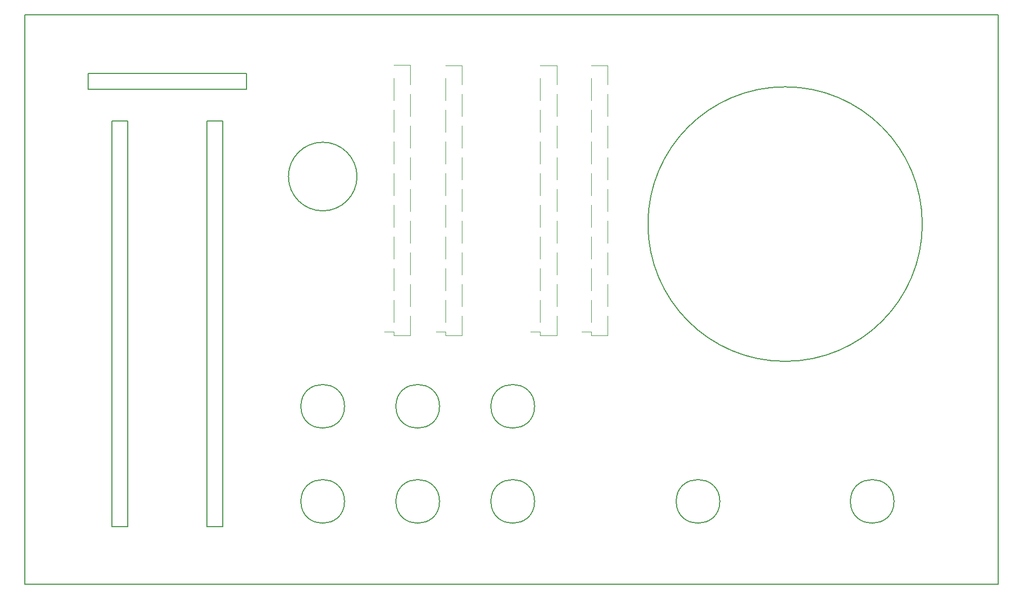
<source format=gbr>
G04 #@! TF.GenerationSoftware,KiCad,Pcbnew,5.0.0-fee4fd1~66~ubuntu18.04.1*
G04 #@! TF.CreationDate,2018-09-21T23:05:29+02:00*
G04 #@! TF.ProjectId,Top,546F702E6B696361645F706362000000,rev?*
G04 #@! TF.SameCoordinates,Original*
G04 #@! TF.FileFunction,Legend,Bot*
G04 #@! TF.FilePolarity,Positive*
%FSLAX46Y46*%
G04 Gerber Fmt 4.6, Leading zero omitted, Abs format (unit mm)*
G04 Created by KiCad (PCBNEW 5.0.0-fee4fd1~66~ubuntu18.04.1) date Fri Sep 21 23:05:29 2018*
%MOMM*%
%LPD*%
G01*
G04 APERTURE LIST*
%ADD10C,0.200000*%
%ADD11C,0.120000*%
G04 APERTURE END LIST*
D10*
X228290000Y-142240000D02*
G75*
G03X228290000Y-142240000I-3500000J0D01*
G01*
X200350000Y-142240000D02*
G75*
G03X200350000Y-142240000I-3500000J0D01*
G01*
X102870000Y-81280000D02*
X102870000Y-146280000D01*
X105410000Y-146280000D02*
X105410000Y-81280000D01*
X118110000Y-81280000D02*
X118110000Y-146280000D01*
X120650000Y-81280000D02*
X120650000Y-146280000D01*
X99060000Y-73660000D02*
X124460000Y-73660000D01*
X99060000Y-76200000D02*
X99060000Y-73660000D01*
X124460000Y-76200000D02*
X99060000Y-76200000D01*
X124460000Y-73660000D02*
X124460000Y-76200000D01*
X142152000Y-90170000D02*
G75*
G03X142152000Y-90170000I-5500000J0D01*
G01*
X170632000Y-142240000D02*
G75*
G03X170632000Y-142240000I-3500000J0D01*
G01*
X170632000Y-127000000D02*
G75*
G03X170632000Y-127000000I-3500000J0D01*
G01*
X155392000Y-127000000D02*
G75*
G03X155392000Y-127000000I-3500000J0D01*
G01*
X155392000Y-142240000D02*
G75*
G03X155392000Y-142240000I-3500000J0D01*
G01*
X140152000Y-142240000D02*
G75*
G03X140152000Y-142240000I-3500000J0D01*
G01*
X140152000Y-127000000D02*
G75*
G03X140152000Y-127000000I-3500000J0D01*
G01*
X102870000Y-81280000D02*
X105410000Y-81280000D01*
X120650000Y-81280000D02*
X118110000Y-81280000D01*
X105410000Y-146280000D02*
X102870000Y-146280000D01*
X118110000Y-146280000D02*
X120650000Y-146280000D01*
X232820000Y-97790000D02*
G75*
G03X232820000Y-97790000I-22000000J0D01*
G01*
X88900000Y-64300000D02*
X88900000Y-155500000D01*
X245000000Y-64262000D02*
X88900000Y-64262000D01*
X245000000Y-155500000D02*
X245000000Y-64300000D01*
X88900000Y-155500000D02*
X245000000Y-155500000D01*
D11*
G04 #@! TO.C,J2*
X179715000Y-115650000D02*
X182375000Y-115650000D01*
X179715000Y-72350000D02*
X182375000Y-72350000D01*
X182375000Y-115650000D02*
X182375000Y-112540000D01*
X179715000Y-115080000D02*
X178195000Y-115080000D01*
X179715000Y-115650000D02*
X179715000Y-115080000D01*
X182375000Y-72920000D02*
X182375000Y-72350000D01*
X182375000Y-111020000D02*
X182375000Y-107460000D01*
X182375000Y-105940000D02*
X182375000Y-102380000D01*
X182375000Y-100860000D02*
X182375000Y-97300000D01*
X182375000Y-95780000D02*
X182375000Y-92220000D01*
X182375000Y-90700000D02*
X182375000Y-87140000D01*
X182375000Y-85620000D02*
X182375000Y-82060000D01*
X182375000Y-80540000D02*
X182375000Y-76980000D01*
X182375000Y-75460000D02*
X182375000Y-72350000D01*
X179715000Y-113560000D02*
X179715000Y-110000000D01*
X179715000Y-108480000D02*
X179715000Y-104920000D01*
X179715000Y-103400000D02*
X179715000Y-99840000D01*
X179715000Y-98320000D02*
X179715000Y-94760000D01*
X179715000Y-93240000D02*
X179715000Y-89680000D01*
X179715000Y-88160000D02*
X179715000Y-84600000D01*
X179715000Y-83080000D02*
X179715000Y-79520000D01*
X179715000Y-78000000D02*
X179715000Y-74440000D01*
G04 #@! TO.C,J3*
X148022000Y-115630000D02*
X150682000Y-115630000D01*
X148022000Y-72330000D02*
X150682000Y-72330000D01*
X150682000Y-115630000D02*
X150682000Y-112520000D01*
X148022000Y-115060000D02*
X146502000Y-115060000D01*
X148022000Y-115630000D02*
X148022000Y-115060000D01*
X150682000Y-72900000D02*
X150682000Y-72330000D01*
X150682000Y-111000000D02*
X150682000Y-107440000D01*
X150682000Y-105920000D02*
X150682000Y-102360000D01*
X150682000Y-100840000D02*
X150682000Y-97280000D01*
X150682000Y-95760000D02*
X150682000Y-92200000D01*
X150682000Y-90680000D02*
X150682000Y-87120000D01*
X150682000Y-85600000D02*
X150682000Y-82040000D01*
X150682000Y-80520000D02*
X150682000Y-76960000D01*
X150682000Y-75440000D02*
X150682000Y-72330000D01*
X148022000Y-113540000D02*
X148022000Y-109980000D01*
X148022000Y-108460000D02*
X148022000Y-104900000D01*
X148022000Y-103380000D02*
X148022000Y-99820000D01*
X148022000Y-98300000D02*
X148022000Y-94740000D01*
X148022000Y-93220000D02*
X148022000Y-89660000D01*
X148022000Y-88140000D02*
X148022000Y-84580000D01*
X148022000Y-83060000D02*
X148022000Y-79500000D01*
X148022000Y-77980000D02*
X148022000Y-74420000D01*
G04 #@! TO.C,J1*
X171520000Y-78000000D02*
X171520000Y-74440000D01*
X171520000Y-83080000D02*
X171520000Y-79520000D01*
X171520000Y-88160000D02*
X171520000Y-84600000D01*
X171520000Y-93240000D02*
X171520000Y-89680000D01*
X171520000Y-98320000D02*
X171520000Y-94760000D01*
X171520000Y-103400000D02*
X171520000Y-99840000D01*
X171520000Y-108480000D02*
X171520000Y-104920000D01*
X171520000Y-113560000D02*
X171520000Y-110000000D01*
X174180000Y-75460000D02*
X174180000Y-72350000D01*
X174180000Y-80540000D02*
X174180000Y-76980000D01*
X174180000Y-85620000D02*
X174180000Y-82060000D01*
X174180000Y-90700000D02*
X174180000Y-87140000D01*
X174180000Y-95780000D02*
X174180000Y-92220000D01*
X174180000Y-100860000D02*
X174180000Y-97300000D01*
X174180000Y-105940000D02*
X174180000Y-102380000D01*
X174180000Y-111020000D02*
X174180000Y-107460000D01*
X174180000Y-72920000D02*
X174180000Y-72350000D01*
X171520000Y-115650000D02*
X171520000Y-115080000D01*
X171520000Y-115080000D02*
X170000000Y-115080000D01*
X174180000Y-115650000D02*
X174180000Y-112540000D01*
X171520000Y-72350000D02*
X174180000Y-72350000D01*
X171520000Y-115650000D02*
X174180000Y-115650000D01*
G04 #@! TO.C,J2*
X156320000Y-78000000D02*
X156320000Y-74440000D01*
X156320000Y-83080000D02*
X156320000Y-79520000D01*
X156320000Y-88160000D02*
X156320000Y-84600000D01*
X156320000Y-93240000D02*
X156320000Y-89680000D01*
X156320000Y-98320000D02*
X156320000Y-94760000D01*
X156320000Y-103400000D02*
X156320000Y-99840000D01*
X156320000Y-108480000D02*
X156320000Y-104920000D01*
X156320000Y-113560000D02*
X156320000Y-110000000D01*
X158980000Y-75460000D02*
X158980000Y-72350000D01*
X158980000Y-80540000D02*
X158980000Y-76980000D01*
X158980000Y-85620000D02*
X158980000Y-82060000D01*
X158980000Y-90700000D02*
X158980000Y-87140000D01*
X158980000Y-95780000D02*
X158980000Y-92220000D01*
X158980000Y-100860000D02*
X158980000Y-97300000D01*
X158980000Y-105940000D02*
X158980000Y-102380000D01*
X158980000Y-111020000D02*
X158980000Y-107460000D01*
X158980000Y-72920000D02*
X158980000Y-72350000D01*
X156320000Y-115650000D02*
X156320000Y-115080000D01*
X156320000Y-115080000D02*
X154800000Y-115080000D01*
X158980000Y-115650000D02*
X158980000Y-112540000D01*
X156320000Y-72350000D02*
X158980000Y-72350000D01*
X156320000Y-115650000D02*
X158980000Y-115650000D01*
G04 #@! TD*
M02*

</source>
